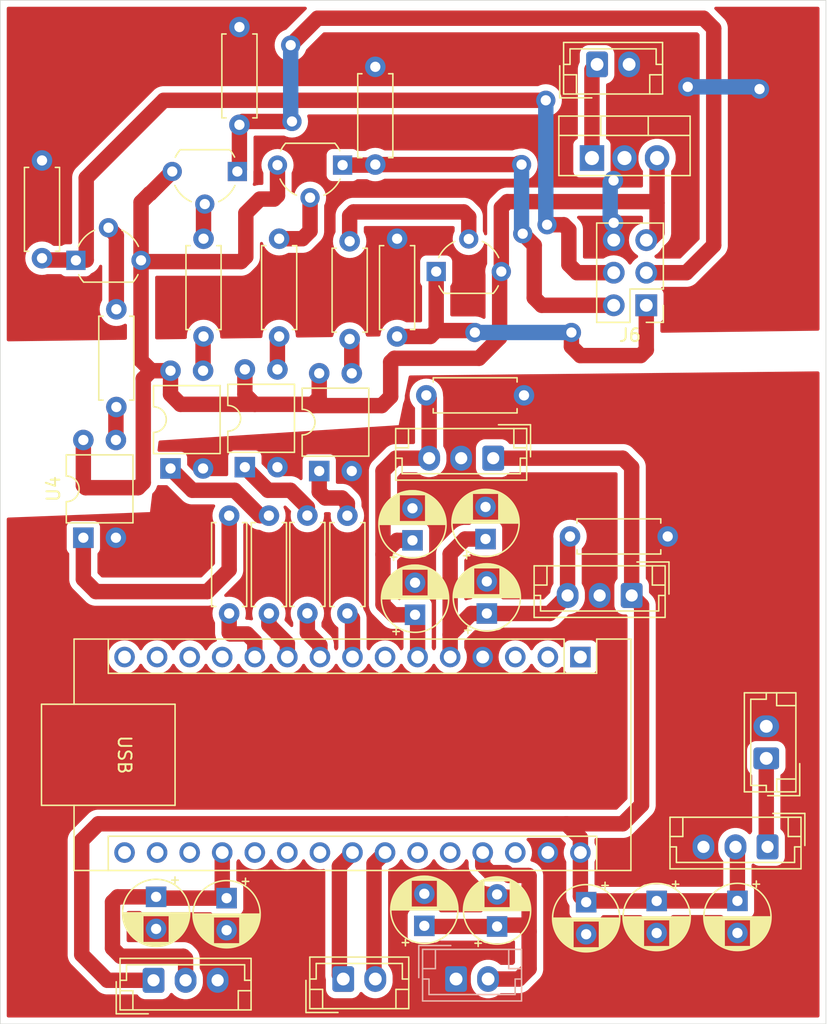
<source format=kicad_pcb>
(kicad_pcb (version 20240108) (generator "pcbnew") (generator_version "8.0")
  (layers (0 "F.Cu" signal) (31 "B.Cu" signal) (34 "B.Paste" user) (35 "F.Paste" user) (36 "B.SilkS" user "B.Silkscreen") (37 "F.SilkS" user "F.Silkscreen") (38 "B.Mask" user) (39 "F.Mask" user) (44 "Edge.Cuts" user))
  (net 0 "")
  (net 2 "MCU_GND")
  (net 3 "/R_EN")
  (net 5 "/CURRENT_SENSOR_ADC")
  (net 6 "/L_EN")
  (net 7 "/BTN_ONE")
  (net 13 "/5V_POWER")
  (net 16 "/SDA")
  (net 18 "/MCU_POWER")
  (net 19 "/BTN_TWO")
  (net 23 "/RPWM")
  (net 25 "/LPWM")
  (net 29 "/SCL")
  (net 30 "/MCU_VIN")
  (net 31 "/RPWM_OUTPUT")
  (net 32 "/MOTOR_CONTROL_POWER_5V")
  (net 33 "/R_EN_OUTPUT")
  (net 34 "/LPWM_OUTPUT")
  (net 35 "/L_EN_OUTPUT")
  (net 36 "GND")
  (net 37 "/MOTOR_CONTROL_POWER_VIN")
  (net 38 "Net-(Q1-Pad2)")
  (net 39 "Net-(Q2-Pad2)")
  (net 40 "Net-(Q3-Pad2)")
  (net 41 "Net-(Q4-Pad2)")
  (net 42 "Net-(R3-Pad1)")
  (net 43 "Net-(R4-Pad1)")
  (net 44 "Net-(R5-Pad1)")
  (net 45 "Net-(R6-Pad1)")
  (net 46 "Net-(R11-Pad2)")
  (net 47 "Net-(R12-Pad2)")
  (net 48 "Net-(R13-Pad2)")
  (net 49 "Net-(R14-Pad2)")
  (footprint "Resistor_THT:R_Axial_DIN0207_L6.3mm_D2.5mm_P7.62mm_Horizontal" (layer "F.Cu") (at 84.445 47.045 90)
    (property "Reference" "R3" (hide yes))
    (property "Value" "R")
    (pad "1" thru_hole circle (at 0 0 90) (size 1.6 1.6) (drill 0.8) (layers "*.Cu" "*.Mask") (net 42 "Net-(R3-Pad1)"))
    (pad "2" thru_hole oval (at 7.62 0 90) (size 1.6 1.6) (drill 0.8) (layers "*.Cu" "*.Mask") (net 38 "Net-(Q1-Pad2)"))
  )
  (footprint "Capacitor_THT:CP_Radial_D5.0mm_P2.50mm" (layer "F.Cu") (at 101.445 93.040113 90)
    (property "Reference" "C10" (hide yes))
    (property "Value" "C_Polarized" (hide yes))
    (pad "1" thru_hole rect (at 0 0 90) (size 1.6 1.6) (drill 0.8) (layers "*.Cu" "*.Mask") (net 13 "/5V_POWER"))
    (pad "2" thru_hole circle (at 2.5 0 90) (size 1.6 1.6) (drill 0.8) (layers "*.Cu" "*.Mask") (net 2 "MCU_GND"))
  )
  (footprint "Resistor_THT:R_Axial_DIN0207_L6.3mm_D2.5mm_P7.62mm_Horizontal" (layer "F.Cu") (at 71.745 52.545 90)
    (property "Reference" "R6" (hide yes))
    (property "Value" "R" (hide yes))
    (pad "1" thru_hole circle (at 0 0 90) (size 1.6 1.6) (drill 0.8) (layers "*.Cu" "*.Mask") (net 45 "Net-(R6-Pad1)"))
    (pad "2" thru_hole oval (at 7.62 0 90) (size 1.6 1.6) (drill 0.8) (layers "*.Cu" "*.Mask") (net 39 "Net-(Q2-Pad2)"))
  )
  (footprint "Connector_JST:JST_EH_B2B-EH-A_1x02_P2.50mm_Vertical" (layer "F.Cu") (at 89.445 97.135)
    (property "Reference" "J9" (hide yes))
    (property "Value" "Conn_01x02_Pin" (hide yes))
    (pad "1" thru_hole roundrect (at 0 0) (size 1.7 2) (drill 1) (layers "*.Cu" "*.Mask") (roundrect_rratio 0.147059) (net 16 "/SDA"))
    (pad "2" thru_hole oval (at 2.5 0) (size 1.7 2) (drill 1) (layers "*.Cu" "*.Mask") (net 29 "/SCL"))
  )
  (footprint "Capacitor_THT:CP_Radial_D5.0mm_P2.50mm" (layer "F.Cu") (at 74.845 90.729888 -90)
    (property "Reference" "C9" (hide yes))
    (property "Value" "C_Polarized" (hide yes))
    (pad "1" thru_hole rect (at 0 0 270) (size 1.6 1.6) (drill 0.8) (layers "*.Cu" "*.Mask") (net 5 "/CURRENT_SENSOR_ADC"))
    (pad "2" thru_hole circle (at 2.5 0 270) (size 1.6 1.6) (drill 0.8) (layers "*.Cu" "*.Mask") (net 2 "MCU_GND"))
  )
  (footprint "Resistor_THT:R_Axial_DIN0207_L6.3mm_D2.5mm_P7.62mm_Horizontal" (layer "F.Cu") (at 89.767 68.635 90)
    (property "Reference" "R14" (hide yes))
    (property "Value" "R" (hide yes))
    (pad "1" thru_hole circle (at 0 0 90) (size 1.6 1.6) (drill 0.8) (layers "*.Cu" "*.Mask") (net 23 "/RPWM"))
    (pad "2" thru_hole oval (at 7.62 0 90) (size 1.6 1.6) (drill 0.8) (layers "*.Cu" "*.Mask") (net 49 "Net-(R14-Pad2)"))
  )
  (footprint "Capacitor_THT:CP_Radial_D5.0mm_P2.50mm" (layer "F.Cu") (at 80.345 90.829888 -90)
    (property "Reference" "C8" (hide yes))
    (property "Value" "C_Polarized" (hide yes))
    (pad "1" thru_hole rect (at 0 0 270) (size 1.6 1.6) (drill 0.8) (layers "*.Cu" "*.Mask") (net 5 "/CURRENT_SENSOR_ADC"))
    (pad "2" thru_hole circle (at 2.5 0 270) (size 1.6 1.6) (drill 0.8) (layers "*.Cu" "*.Mask") (net 2 "MCU_GND"))
  )
  (footprint "Connector_PinHeader_2.54mm:PinHeader_2x03_P2.54mm_Vertical" (layer "F.Cu") (at 113.085 44.615 180)
    (property "Reference" "J6" (at 1.27 -2.33 180) (layer "F.SilkS"))
    (property "Value" "Conn_02x03_Row_Letter_Last" (hide yes))
    (pad "1" thru_hole rect (at 0 0 180) (size 1.7 1.7) (drill 1) (layers "*.Cu" "*.Mask") (net 31 "/RPWM_OUTPUT"))
    (pad "2" thru_hole oval (at 2.54 0 180) (size 1.7 1.7) (drill 1) (layers "*.Cu" "*.Mask") (net 34 "/LPWM_OUTPUT"))
    (pad "3" thru_hole oval (at 0 2.54 180) (size 1.7 1.7) (drill 1) (layers "*.Cu" "*.Mask") (net 33 "/R_EN_OUTPUT"))
    (pad "4" thru_hole oval (at 2.54 2.54 180) (size 1.7 1.7) (drill 1) (layers "*.Cu" "*.Mask") (net 35 "/L_EN_OUTPUT"))
    (pad "5" thru_hole oval (at 0 5.08 180) (size 1.7 1.7) (drill 1) (layers "*.Cu" "*.Mask") (net 32 "/MOTOR_CONTROL_POWER_5V"))
    (pad "6" thru_hole oval (at 2.54 5.08 180) (size 1.7 1.7) (drill 1) (layers "*.Cu" "*.Mask") (net 36 "GND"))
  )
  (footprint "Resistor_THT:R_Axial_DIN0207_L6.3mm_D2.5mm_P7.62mm_Horizontal" (layer "F.Cu") (at 107.135 62.635)
    (property "Reference" "R1" (hide yes))
    (property "Value" "R" (hide yes))
    (pad "1" thru_hole circle (at 0 0) (size 1.6 1.6) (drill 0.8) (layers "*.Cu" "*.Mask") (net 7 "/BTN_ONE"))
    (pad "2" thru_hole oval (at 7.62 0) (size 1.6 1.6) (drill 0.8) (layers "*.Cu" "*.Mask") (net 2 "MCU_GND"))
  )
  (footprint "Module:Arduino_Nano" (layer "F.Cu") (at 107.945 72.035 -90)
    (property "Reference" "A1" (hide yes))
    (property "Value" "Arduino_Nano_v3.x" (hide yes))
    (fp_text user "USB" (at 7.62 35.56 -90) (layer "F.SilkS"))
    (pad "1" thru_hole rect (at 0 0 270) (size 1.6 1.6) (drill 1) (layers "*.Cu" "*.Mask"))
    (pad "2" thru_hole oval (at 0 2.54 270) (size 1.6 1.6) (drill 1) (layers "*.Cu" "*.Mask"))
    (pad "3" thru_hole oval (at 0 5.08 270) (size 1.6 1.6) (drill 1) (layers "*.Cu" "*.Mask"))
    (pad "4" thru_hole oval (at 0 7.62 270) (size 1.6 1.6) (drill 1) (layers "*.Cu" "*.Mask") (net 2 "MCU_GND"))
    (pad "5" thru_hole oval (at 0 10.16 270) (size 1.6 1.6) (drill 1) (layers "*.Cu" "*.Mask") (net 7 "/BTN_ONE"))
    (pad "6" thru_hole oval (at 0 12.7 270) (size 1.6 1.6) (drill 1) (layers "*.Cu" "*.Mask") (net 19 "/BTN_TWO"))
    (pad "7" thru_hole oval (at 0 15.24 270) (size 1.6 1.6) (drill 1) (layers "*.Cu" "*.Mask"))
    (pad "8" thru_hole oval (at 0 17.78 270) (size 1.6 1.6) (drill 1) (layers "*.Cu" "*.Mask") (net 23 "/RPWM"))
    (pad "9" thru_hole oval (at 0 20.32 270) (size 1.6 1.6) (drill 1) (layers "*.Cu" "*.Mask") (net 25 "/LPWM"))
    (pad "10" thru_hole oval (at 0 22.86 270) (size 1.6 1.6) (drill 1) (layers "*.Cu" "*.Mask") (net 3 "/R_EN"))
    (pad "11" thru_hole oval (at 0 25.4 270) (size 1.6 1.6) (drill 1) (layers "*.Cu" "*.Mask") (net 6 "/L_EN"))
    (pad "12" thru_hole oval (at 0 27.94 270) (size 1.6 1.6) (drill 1) (layers "*.Cu" "*.Mask"))
    (pad "13" thru_hole oval (at 0 30.48 270) (size 1.6 1.6) (drill 1) (layers "*.Cu" "*.Mask"))
    (pad "14" thru_hole oval (at 0 33.02 270) (size 1.6 1.6) (drill 1) (layers "*.Cu" "*.Mask"))
    (pad "15" thru_hole oval (at 0 35.56 270) (size 1.6 1.6) (drill 1) (layers "*.Cu" "*.Mask"))
    (pad "16" thru_hole oval (at 15.24 35.56 270) (size 1.6 1.6) (drill 1) (layers "*.Cu" "*.Mask"))
    (pad "17" thru_hole oval (at 15.24 33.02 270) (size 1.6 1.6) (drill 1) (layers "*.Cu" "*.Mask"))
    (pad "18" thru_hole oval (at 15.24 30.48 270) (size 1.6 1.6) (drill 1) (layers "*.Cu" "*.Mask"))
    (pad "19" thru_hole oval (at 15.24 27.94 270) (size 1.6 1.6) (drill 1) (layers "*.Cu" "*.Mask") (net 5 "/CURRENT_SENSOR_ADC"))
    (pad "20" thru_hole oval (at 15.24 25.4 270) (size 1.6 1.6) (drill 1) (layers "*.Cu" "*.Mask"))
    (pad "21" thru_hole oval (at 15.24 22.86 270) (size 1.6 1.6) (drill 1) (layers "*.Cu" "*.Mask"))
    (pad "22" thru_hole oval (at 15.24 20.32 270) (size 1.6 1.6) (drill 1) (layers "*.Cu" "*.Mask"))
    (pad "23" thru_hole oval (at 15.24 17.78 270) (size 1.6 1.6) (drill 1) (layers "*.Cu" "*.Mask") (net 16 "/SDA"))
    (pad "24" thru_hole oval (at 15.24 15.24 270) (size 1.6 1.6) (drill 1) (layers "*.Cu" "*.Mask") (net 29 "/SCL"))
    (pad "25" thru_hole oval (at 15.24 12.7 270) (size 1.6 1.6) (drill 1) (layers "*.Cu" "*.Mask"))
    (pad "26" thru_hole oval (at 15.24 10.16 270) (size 1.6 1.6) (drill 1) (layers "*.Cu" "*.Mask"))
    (pad "27" thru_hole oval (at 15.24 7.62 270) (size 1.6 1.6) (drill 1) (layers "*.Cu" "*.Mask") (net 13 "/5V_POWER"))
    (pad "28" thru_hole oval (at 15.24 5.08 270) (size 1.6 1.6) (drill 1) (layers "*.Cu" "*.Mask"))
    (pad "29" thru_hole oval (at 15.24 2.54 270) (size 1.6 1.6) (drill 1) (layers "*.Cu" "*.Mask") (net 2 "MCU_GND"))
    (pad "30" thru_hole oval (at 15.24 0 270) (size 1.6 1.6) (drill 1) (layers "*.Cu" "*.Mask") (net 18 "/MCU_POWER"))
  )
  (footprint "Resistor_THT:R_Axial_DIN0207_L6.3mm_D2.5mm_P7.62mm_Horizontal" (layer "F.Cu") (at 93.645 39.425 -90)
    (property "Reference" "R10" (hide yes))
    (property "Value" "R" (hide yes))
    (pad "1" thru_hole circle (at 0 0 270) (size 1.6 1.6) (drill 0.8) (layers "*.Cu" "*.Mask") (net 36 "GND"))
    (pad "2" thru_hole oval (at 7.62 0 270) (size 1.6 1.6) (drill 0.8) (layers "*.Cu" "*.Mask") (net 31 "/RPWM_OUTPUT"))
  )
  (footprint "Package_TO_SOT_THT:TO-92L_Wide" (layer "F.Cu") (at 68.59 41.11)
    (property "Reference" "Q2" (hide yes))
    (property "Value" "2N5551" (hide yes))
    (pad "1" thru_hole rect (at 0 0) (size 1.5 1.5) (drill 0.8) (layers "*.Cu" "*.Mask") (net 35 "/L_EN_OUTPUT"))
    (pad "2" thru_hole circle (at 2.54 -2.54) (size 1.5 1.5) (drill 0.8) (layers "*.Cu" "*.Mask") (net 39 "Net-(Q2-Pad2)"))
    (pad "3" thru_hole circle (at 5.08 0) (size 1.5 1.5) (drill 0.8) (layers "*.Cu" "*.Mask") (net 32 "/MOTOR_CONTROL_POWER_5V"))
  )
  (footprint "Resistor_THT:R_Axial_DIN0207_L6.3mm_D2.5mm_P7.62mm_Horizontal" (layer "F.Cu") (at 86.645 68.625 90)
    (property "Reference" "R13" (hide yes))
    (property "Value" "R" (hide yes))
    (pad "1" thru_hole circle (at 0 0 90) (size 1.6 1.6) (drill 0.8) (layers "*.Cu" "*.Mask") (net 25 "/LPWM"))
    (pad "2" thru_hole oval (at 7.62 0 90) (size 1.6 1.6) (drill 0.8) (layers "*.Cu" "*.Mask") (net 48 "Net-(R13-Pad2)"))
  )
  (footprint "Capacitor_THT:CP_Radial_D5.0mm_P2.50mm" (layer "F.Cu") (at 108.395 91.145 -90)
    (property "Reference" "C2" (hide yes))
    (property "Value" "C_Polarized" (hide yes))
    (pad "1" thru_hole rect (at 0 0 270) (size 1.6 1.6) (drill 0.8) (layers "*.Cu" "*.Mask") (net 18 "/MCU_POWER"))
    (pad "2" thru_hole circle (at 2.5 0 270) (size 1.6 1.6) (drill 0.8) (layers "*.Cu" "*.Mask") (net 2 "MCU_GND"))
  )
  (footprint "Package_DIP:DIP-4_W7.62mm" (layer "F.Cu") (at 75.97 57.335 90)
    (property "Reference" "U3" (hide yes))
    (property "Value" "PC817" (hide yes))
    (pad "1" thru_hole rect (at 0 0 90) (size 1.6 1.6) (drill 0.8) (layers "*.Cu" "*.Mask") (net 47 "Net-(R12-Pad2)"))
    (pad "2" thru_hole oval (at 0 2.54 90) (size 1.6 1.6) (drill 0.8) (layers "*.Cu" "*.Mask") (net 2 "MCU_GND"))
    (pad "3" thru_hole oval (at 7.62 2.54 90) (size 1.6 1.6) (drill 0.8) (layers "*.Cu" "*.Mask") (net 44 "Net-(R5-Pad1)"))
    (pad "4" thru_hole oval (at 7.62 0 90) (size 1.6 1.6) (drill 0.8) (layers "*.Cu" "*.Mask") (net 32 "/MOTOR_CONTROL_POWER_5V"))
  )
  (footprint "Capacitor_THT:CP_Radial_D5.0mm_P2.50mm" (layer "F.Cu") (at 113.895 91.050112 -90)
    (property "Reference" "C1" (hide yes))
    (property "Value" "C_Polarized" (hide yes))
    (pad "1" thru_hole rect (at 0 0 270) (size 1.6 1.6) (drill 0.8) (layers "*.Cu" "*.Mask") (net 18 "/MCU_POWER"))
    (pad "2" thru_hole circle (at 2.5 0 270) (size 1.6 1.6) (drill 0.8) (layers "*.Cu" "*.Mask") (net 2 "MCU_GND"))
  )
  (footprint "Package_TO_SOT_THT:TO-92L_Wide" (layer "F.Cu") (at 89.395 33.685 180)
    (property "Reference" "Q1" (hide yes))
    (property "Value" "2N5551" (hide yes))
    (pad "1" thru_hole rect (at 0 0 180) (size 1.5 1.5) (drill 0.8) (layers "*.Cu" "*.Mask") (net 34 "/LPWM_OUTPUT"))
    (pad "2" thru_hole circle (at 2.54 -2.54 180) (size 1.5 1.5) (drill 0.8) (layers "*.Cu" "*.Mask") (net 38 "Net-(Q1-Pad2)"))
    (pad "3" thru_hole circle (at 5.08 0 180) (size 1.5 1.5) (drill 0.8) (layers "*.Cu" "*.Mask") (net 32 "/MOTOR_CONTROL_POWER_5V"))
  )
  (footprint "Resistor_THT:R_Axial_DIN0207_L6.3mm_D2.5mm_P7.62mm_Horizontal" (layer "F.Cu") (at 83.645 68.635 90)
    (property "Reference" "R12" (hide yes))
    (property "Value" "R" (hide yes))
    (pad "1" thru_hole circle (at 0 0 90) (size 1.6 1.6) (drill 0.8) (layers "*.Cu" "*.Mask") (net 3 "/R_EN"))
    (pad "2" thru_hole oval (at 7.62 0 90) (size 1.6 1.6) (drill 0.8) (layers "*.Cu" "*.Mask") (net 47 "Net-(R12-Pad2)"))
  )
  (footprint "Capacitor_THT:CP_Radial_D5.0mm_P2.50mm" (layer "F.Cu") (at 100.545 62.835 90)
    (property "Reference" "C5" (hide yes))
    (property "Value" "C_Polarized" (hide yes))
    (pad "1" thru_hole rect (at 0 0 90) (size 1.6 1.6) (drill 0.8) (layers "*.Cu" "*.Mask") (net 7 "/BTN_ONE"))
    (pad "2" thru_hole circle (at 2.5 0 90) (size 1.6 1.6) (drill 0.8) (layers "*.Cu" "*.Mask") (net 2 "MCU_GND"))
  )
  (footprint "Connector_JST:JST_EH_B2B-EH-A_1x02_P2.50mm_Vertical" (layer "F.Cu") (at 109.245 25.835)
    (property "Reference" "J8" (hide yes))
    (property "Value" "Conn_01x02_Pin" (hide yes))
    (pad "1" thru_hole roundrect (at 0 0) (size 1.7 2) (drill 1) (layers "*.Cu" "*.Mask") (roundrect_rratio 0.147059) (net 37 "/MOTOR_CONTROL_POWER_VIN"))
    (pad "2" thru_hole oval (at 2.5 0) (size 1.7 2) (drill 1) (layers "*.Cu" "*.Mask") (net 36 "GND"))
  )
  (footprint "Connector_JST:JST_EH_B3B-EH-A_1x03_P2.50mm_Vertical" (layer "F.Cu") (at 122.545 86.835 180)
    (property "Reference" "J5" (hide yes))
    (property "Value" "Conn_01x03_Pin" (hide yes))
    (pad "1" thru_hole roundrect (at 0 0 180) (size 1.7 1.95) (drill 0.95) (layers "*.Cu" "*.Mask") (roundrect_rratio 0.147059) (net 30 "/MCU_VIN"))
    (pad "2" thru_hole oval (at 2.5 0 180) (size 1.7 1.95) (drill 0.95) (layers "*.Cu" "*.Mask") (net 18 "/MCU_POWER"))
    (pad "3" thru_hole oval (at 5 0 180) (size 1.7 1.95) (drill 0.95) (layers "*.Cu" "*.Mask") (net 2 "MCU_GND"))
  )
  (footprint "Resistor_THT:R_Axial_DIN0207_L6.3mm_D2.5mm_P7.62mm_Horizontal" (layer "F.Cu") (at 78.545 47.045 90)
    (property "Reference" "R5" (hide yes))
    (property "Value" "R" (hide yes))
    (pad "1" thru_hole circle (at 0 0 90) (size 1.6 1.6) (drill 0.8) (layers "*.Cu" "*.Mask") (net 44 "Net-(R5-Pad1)"))
    (pad "2" thru_hole oval (at 7.62 0 90) (size 1.6 1.6) (drill 0.8) (layers "*.Cu" "*.Mask") (net 41 "Net-(Q4-Pad2)"))
  )
  (footprint "Capacitor_THT:CP_Radial_D5.0mm_P2.50mm" (layer "F.Cu") (at 100.645 68.640113 90)
    (property "Reference" "C4" (hide yes))
    (property "Value" "C_Polarized" (hide yes))
    (pad "1" thru_hole rect (at 0 0 90) (size 1.6 1.6) (drill 0.8) (layers "*.Cu" "*.Mask") (net 7 "/BTN_ONE"))
    (pad "2" thru_hole circle (at 2.5 0 90) (size 1.6 1.6) (drill 0.8) (layers "*.Cu" "*.Mask") (net 2 "MCU_GND"))
  )
  (footprint "Resistor_THT:R_Axial_DIN0207_L6.3mm_D2.5mm_P7.62mm_Horizontal" (layer "F.Cu") (at 65.945 33.325 -90)
    (property "Reference" "R7" (hide yes))
    (property "Value" "R" (hide yes))
    (pad "1" thru_hole circle (at 0 0 270) (size 1.6 1.6) (drill 0.8) (layers "*.Cu" "*.Mask") (net 36 "GND"))
    (pad "2" thru_hole oval (at 7.62 0 270) (size 1.6 1.6) (drill 0.8) (layers "*.Cu" "*.Mask") (net 35 "/L_EN_OUTPUT"))
  )
  (footprint "Package_DIP:DIP-4_W7.62mm" (layer "F.Cu") (at 87.57 57.535 90)
    (property "Reference" "U1" (hide yes))
    (property "Value" "PC817")
    (pad "1" thru_hole rect (at 0 0 90) (size 1.6 1.6) (drill 0.8) (layers "*.Cu" "*.Mask") (net 49 "Net-(R14-Pad2)"))
    (pad "2" thru_hole oval (at 0 2.54 90) (size 1.6 1.6) (drill 0.8) (layers "*.Cu" "*.Mask") (net 2 "MCU_GND"))
    (pad "3" thru_hole oval (at 7.62 2.54 90) (size 1.6 1.6) (drill 0.8) (layers "*.Cu" "*.Mask") (net 43 "Net-(R4-Pad1)"))
    (pad "4" thru_hole oval (at 7.62 0 90) (size 1.6 1.6) (drill 0.8) (layers "*.Cu" "*.Mask") (net 32 "/MOTOR_CONTROL_POWER_5V"))
  )
  (footprint "Capacitor_THT:CP_Radial_D5.0mm_P2.50mm" (layer "F.Cu") (at 94.845 62.940113 90)
    (property "Reference" "C7" (hide yes))
    (property "Value" "C_Polarized" (hide yes))
    (pad "1" thru_hole rect (at 0 0 90) (size 1.6 1.6) (drill 0.8) (layers "*.Cu" "*.Mask") (net 19 "/BTN_TWO"))
    (pad "2" thru_hole circle (at 2.5 0 90) (size 1.6 1.6) (drill 0.8) (layers "*.Cu" "*.Mask") (net 2 "MCU_GND"))
  )
  (footprint "Resistor_THT:R_Axial_DIN0207_L6.3mm_D2.5mm_P7.62mm_Horizontal" (layer "F.Cu") (at 91.945 26.025 -90)
    (property "Reference" "R9" (hide yes))
    (property "Value" "R" (hide yes))
    (pad "1" thru_hole circle (at 0 0 270) (size 1.6 1.6) (drill 0.8) (layers "*.Cu" "*.Mask") (net 36 "GND"))
    (pad "2" thru_hole oval (at 7.62 0 270) (size 1.6 1.6) (drill 0.8) (layers "*.Cu" "*.Mask") (net 34 "/LPWM_OUTPUT"))
  )
  (footprint "Connector_JST:JST_EH_B3B-EH-A_1x03_P2.50mm_Vertical" (layer "F.Cu") (at 74.645 97.235)
    (property "Reference" "J1" (hide yes))
    (property "Value" "Conn_01x03_Pin" (hide yes))
    (pad "1" thru_hole roundrect (at 0 0) (size 1.7 1.95) (drill 0.95) (layers "*.Cu" "*.Mask") (roundrect_rratio 0.147059) (net 18 "/MCU_POWER"))
    (pad "2" thru_hole oval (at 2.5 0) (size 1.7 1.95) (drill 0.95) (layers "*.Cu" "*.Mask") (net 5 "/CURRENT_SENSOR_ADC"))
    (pad "3" thru_hole oval (at 5 0) (size 1.7 1.95) (drill 0.95) (layers "*.Cu" "*.Mask") (net 2 "MCU_GND"))
  )
  (footprint "Resistor_THT:R_Axial_DIN0207_L6.3mm_D2.5mm_P7.62mm_Horizontal" (layer "F.Cu") (at 81.345 22.925 -90)
    (property "Reference" "R8" (hide yes))
    (property "Value" "R" (hide yes))
    (pad "1" thru_hole circle (at 0 0 270) (size 1.6 1.6) (drill 0.8) (layers "*.Cu" "*.Mask") (net 36 "GND"))
    (pad "2" thru_hole oval (at 7.62 0 270) (size 1.6 1.6) (drill 0.8) (layers "*.Cu" "*.Mask") (net 33 "/R_EN_OUTPUT"))
  )
  (footprint "Connector_JST:JST_EH_B3B-EH-A_1x03_P2.50mm_Vertical" (layer "F.Cu") (at 111.945 67.235 180)
    (property "Reference" "J3" (hide yes))
    (property "Value" "Conn_01x03_Pin" (hide yes))
    (pad "1" thru_hole roundrect (at 0 0 180) (size 1.7 1.95) (drill 0.95) (layers "*.Cu" "*.Mask") (roundrect_rratio 0.147059) (net 18 "/MCU_POWER"))
    (pad "2" thru_hole oval (at 2.5 0 180) (size 1.7 1.95) (drill 0.95) (layers "*.Cu" "*.Mask") (net 2 "MCU_GND"))
    (pad "3" thru_hole oval (at 5 0 180) (size 1.7 1.95) (drill 0.95) (layers "*.Cu" "*.Mask") (net 7 "/BTN_ONE"))
  )
  (footprint "Capacitor_THT:CP_Radial_D5.0mm_P2.50mm" (layer "F.Cu") (at 95.77 92.990113 90)
    (property "Reference" "C11" (hide yes))
    (property "Value" "C_Polarized" (hide yes))
    (pad "1" thru_hole rect (at 0 0 90) (size 1.6 1.6) (drill 0.8) (layers "*.Cu" "*.Mask") (net 13 "/5V_POWER"))
    (pad "2" thru_hole circle (at 2.5 0 90) (size 1.6 1.6) (drill 0.8) (layers "*.Cu" "*.Mask") (net 2 "MCU_GND"))
  )
  (footprint "Resistor_THT:R_Axial_DIN0207_L6.3mm_D2.5mm_P7.62mm_Horizontal" (layer "F.Cu") (at 80.545 68.635 90)
    (property "Reference" "R11" (hide yes))
    (property "Value" "R" (hide yes))
    (pad "1" thru_hole circle (at 0 0 90) (size 1.6 1.6) (drill 0.8) (layers "*.Cu" "*.Mask") (net 6 "/L_EN"))
    (pad "2" thru_hole oval (at 7.62 0 90) (size 1.6 1.6) (drill 0.8) (layers "*.Cu" "*.Mask") (net 46 "Net-(R11-Pad2)"))
  )
  (footprint "Capacitor_THT:CP_Radial_D5.0mm_P2.50mm" (layer "F.Cu") (at 95.045 68.740113 90)
    (property "Reference" "C6" (hide yes))
    (property "Value" "C_Polarized" (hide yes))
    (pad "1" thru_hole rect (at 0 0 90) (size 1.6 1.6) (drill 0.8) (layers "*.Cu" "*.Mask") (net 19 "/BTN_TWO"))
    (pad "2" thru_hole circle (at 2.5 0 90) (size 1.6 1.6) (drill 0.8) (layers "*.Cu" "*.Mask") (net 2 "MCU_GND"))
  )
  (footprint "Package_DIP:DIP-4_W7.62mm" (layer "F.Cu") (at 69.17 62.735 90)
    (property "Reference" "U4" (at 3.81 -2.33 270) (layer "F.SilkS"))
    (property "Value" "PC817" (hide yes))
    (pad "1" thru_hole rect (at 0 0 90) (size 1.6 1.6) (drill 0.8) (layers "*.Cu" "*.Mask") (net 46 "Net-(R11-Pad2)"))
    (pad "2" thru_hole oval (at 0 2.54 90) (size 1.6 1.6) (drill 0.8) (layers "*.Cu" "*.Mask") (net 2 "MCU_GND"))
    (pad "3" thru_hole oval (at 7.62 2.54 90) (size 1.6 1.6) (drill 0.8) (layers "*.Cu" "*.Mask") (net 45 "Net-(R6-Pad1)"))
    (pad "4" thru_hole oval (at 7.62 0 90) (size 1.6 1.6) (drill 0.8) (layers "*.Cu" "*.Mask") (net 32 "/MOTOR_CONTROL_POWER_5V"))
  )
  (footprint "Package_TO_SOT_THT:TO-92L_Wide" (layer "F.Cu") (at 81.185 34.185 180)
    (property "Reference" "Q4" (hide yes))
    (property "Value" "2N5551" (hide yes))
    (pad "1" thru_hole rect (at 0 0 180) (size 1.5 1.5) (drill 0.8) (layers "*.Cu" "*.Mask") (net 33 "/R_EN_OUTPUT"))
    (pad "2" thru_hole circle (at 2.54 -2.54 180) (size 1.5 1.5) (drill 0.8) (layers "*.Cu" "*.Mask") (net 41 "Net-(Q4-Pad2)"))
    (pad "3" thru_hole circle (at 5.08 0 180) (size 1.5 1.5) (drill 0.8) (layers "*.Cu" "*.Mask") (net 32 "/MOTOR_CONTROL_POWER_5V"))
  )
  (footprint "Package_TO_SOT_THT:TO-220-3_Vertical" (layer "F.Cu") (at 108.845 33.135)
    (property "Reference" "U6" (hide yes))
    (property "Value" "L7805")
    (pad "1" thru_hole rect (at 0 0) (size 1.905 2) (drill 1.1) (layers "*.Cu" "*.Mask") (net 37 "/MOTOR_CONTROL_POWER_VIN"))
    (pad "2" thru_hole oval (at 2.54 0) (size 1.905 2) (drill 1.1) (layers "*.Cu" "*.Mask") (net 36 "GND"))
    (pad "3" thru_hole oval (at 5.08 0) (size 1.905 2) (drill 1.1) (layers "*.Cu" "*.Mask") (net 32 "/MOTOR_CONTROL_POWER_5V"))
  )
  (footprint "Resistor_THT:R_Axial_DIN0207_L6.3mm_D2.5mm_P7.62mm_Horizontal" (layer "F.Cu") (at 95.925 51.635)
    (property "Reference" "R2" (hide yes))
    (property "Value" "R" (hide yes))
    (pad "1" thru_hole circle (at 0 0) (size 1.6 1.6) (drill 0.8) (layers "*.Cu" "*.Mask") (net 19 "/BTN_TWO"))
    (pad "2" thru_hole oval (at 7.62 0) (size 1.6 1.6) (drill 0.8) (layers "*.Cu" "*.Mask") (net 2 "MCU_GND"))
  )
  (footprint "Connector_JST:JST_EH_B2B-EH-A_1x02_P2.50mm_Vertical" (layer "F.Cu") (at 122.445 79.935 90)
    (property "Reference" "J7" (hide yes))
    (property "Value" "Conn_01x02_Pin" (hide yes))
    (pad "1" thru_hole roundrect (at 0 0 90) (size 1.7 2) (drill 1) (layers "*.Cu" "*.Mask") (roundrect_rratio 0.147059) (net 30 "/MCU_VIN"))
    (pad "2" thru_hole oval (at 2.5 0 90) (size 1.7 2) (drill 1) (layers "*.Cu" "*.Mask") (net 2 "MCU_GND"))
  )
  (footprint "Capacitor_THT:CP_Radial_D5.0mm_P2.50mm" (layer "F.Cu") (at 120.195 91.045 -90)
    (property "Reference" "C3" (hide yes))
    (property "Value" "C_Polarized" (hide yes))
    (pad "1" thru_hole rect (at 0 0 270) (size 1.6 1.6) (drill 0.8) (layers "*.Cu" "*.Mask") (net 18 "/MCU_POWER"))
    (pad "2" thru_hole circle (at 2.5 0 270) (size 1.6 1.6) (drill 0.8) (layers "*.Cu" "*.Mask") (net 2 "MCU_GND"))
  )
  (footprint "Package_DIP:DIP-4_W7.62mm" (layer "F.Cu") (at 81.77 57.235 90)
    (property "Reference" "U2" (hide yes))
    (property "Value" "PC817" (hide yes))
    (pad "1" thru_hole rect (at 0 0 90) (size 1.6 1.6) (drill 0.8) (layers "*.Cu" "*.Mask") (net 48 "Net-(R13-Pad2)"))
    (pad "2" thru_hole oval (at 0 2.54 90) (size 1.6 1.6) (drill 0.8) (layers "*.Cu" "*.Mask") (net 2 "MCU_GND"))
    (pad "3" thru_hole oval (at 7.62 2.54 90) (size 1.6 1.6) (drill 0.8) (layers "*.Cu" "*.Mask") (net 42 "Net-(R3-Pad1)"))
    (pad "4" thru_hole oval (at 7.62 0 90) (size 1.6 1.6) (drill 0.8) (layers "*.Cu" "*.Mask") (net 32 "/MOTOR_CONTROL_POWER_5V"))
  )
  (footprint "Package_TO_SOT_THT:TO-92L_Wide" (layer "F.Cu") (at 96.695 41.985)
    (property "Reference" "Q3" (hide yes))
    (property "Value" "2N5551" (hide yes))
    (pad "1" thru_hole rect (at 0 0) (size 1.5 1.5) (drill 0.8) (layers "*.Cu" "*.Mask") (net 31 "/RPWM_OUTPUT"))
    (pad "2" thru_hole circle (at 2.54 -2.54) (size 1.5 1.5) (drill 0.8) (layers "*.Cu" "*.Mask") (net 40 "Net-(Q3-Pad2)"))
    (pad "3" thru_hole circle (at 5.08 0) (size 1.5 1.5) (drill 0.8) (layers "*.Cu" "*.Mask") (net 32 "/MOTOR_CONTROL_POWER_5V"))
  )
  (footprint "Connector_JST:JST_EH_B3B-EH-A_1x03_P2.50mm_Vertical" (layer "F.Cu") (at 101.145 56.535 180)
    (property "Reference" "J2" (hide yes))
    (property "Value" "Conn_01x03_Pin" (hide yes))
    (pad "1" thru_hole roundrect (at 0 0 180) (size 1.7 1.95) (drill 0.95) (layers "*.Cu" "*.Mask") (roundrect_rratio 0.147059) (net 18 "/MCU_POWER"))
    (pad "2" thru_hole oval (at 2.5 0 180) (size 1.7 1.95) (drill 0.95) (layers "*.Cu" "*.Mask") (net 2 "MCU_GND"))
    (pad "3" thru_hole oval (at 5 0 180) (size 1.7 1.95) (drill 0.95) (layers "*.Cu" "*.Mask") (net 19 "/BTN_TWO"))
  )
  (footprint "Resistor_THT:R_Axial_DIN0207_L6.3mm_D2.5mm_P7.62mm_Horizontal" (layer "F.Cu") (at 89.945 47.245 90)
    (property "Reference" "R4" (hide yes))
    (property "Value" "R" (hide yes))
    (pad "1" thru_hole circle (at 0 0 90) (size 1.6 1.6) (drill 0.8) (layers "*.Cu" "*.Mask") (net 43 "Net-(R4-Pad1)"))
    (pad "2" thru_hole oval (at 7.62 0 90) (size 1.6 1.6) (drill 0.8) (layers "*.Cu" "*.Mask") (net 40 "Net-(Q3-Pad2)"))
  )
  (footprint "Connector_JST:JST_EH_B2B-EH-A_1x02_P2.50mm_Vertical" (layer "B.Cu") (at 98.245 97.135)
    (property "Reference" "J4" (hide yes))
    (property "Value" "Conn_01x02_Pin" (hide yes))
    (pad "1" thru_hole roundrect (at 0 0) (size 1.7 2) (drill 1) (layers "*.Cu" "*.Mask") (roundrect_rratio 0.147059) (net 2 "MCU_GND"))
    (pad "2" thru_hole oval (at 2.5 0) (size 1.7 2) (drill 1) (layers "*.Cu" "*.Mask") (net 13 "/5V_POWER"))
  )
  (gr_rect (start 62.693 20.841) (end 127.097 100.635) (stroke (width 0.05)) (fill none) (layer "Edge.Cuts"))
  (segment (start 83.645 69.535) (end 83.645 68.635) (width 1.2) (layer "F.Cu") (net 3))
  (segment (start 85.085 70.975) (end 83.645 69.535) (width 1.2) (layer "F.Cu") (net 3))
  (segment (start 85.085 72.035) (end 85.085 70.975) (width 1.2) (layer "F.Cu") (net 3))
  (segment (start 76.97 95.36) (end 72.07 95.36) (width 1.2) (layer "F.Cu") (net 5))
  (segment (start 80.005 90.489888) (end 80.345 90.829888) (width 1.2) (layer "F.Cu") (net 5))
  (segment (start 77.145 95.535) (end 76.97 95.36) (width 1.2) (layer "F.Cu") (net 5))
  (segment (start 74.945 90.829888) (end 74.845 90.729888) (width 1.2) (layer "F.Cu") (net 5))
  (segment (start 77.145 97.235) (end 77.145 95.535) (width 1.2) (layer "F.Cu") (net 5))
  (segment (start 80.345 90.829888) (end 74.945 90.829888) (width 1.2) (layer "F.Cu") (net 5))
  (segment (start 72.07 95.36) (end 71.445 94.735) (width 1.2) (layer "F.Cu") (net 5))
  (segment (start 80.005 87.275) (end 80.005 90.489888) (width 1.2) (layer "F.Cu") (net 5))
  (segment (start 71.445 91.135) (end 71.850112 90.729888) (width 1.2) (layer "F.Cu") (net 5))
  (segment (start 71.445 94.735) (end 71.445 91.135) (width 1.2) (layer "F.Cu") (net 5))
  (segment (start 71.850112 90.729888) (end 74.845 90.729888) (width 1.2) (layer "F.Cu") (net 5))
  (segment (start 81.945 70.235) (end 80.645 70.235) (width 1.2) (layer "F.Cu") (net 6))
  (segment (start 80.545 70.135) (end 80.545 68.635) (width 1.2) (layer "F.Cu") (net 6))
  (segment (start 80.645 70.235) (end 80.545 70.135) (width 1.2) (layer "F.Cu") (net 6))
  (segment (start 82.545 70.835) (end 81.945 70.235) (width 1.2) (layer "F.Cu") (net 6))
  (segment (start 82.545 72.035) (end 82.545 70.835) (width 1.2) (layer "F.Cu") (net 6))
  (segment (start 98.945 62.835) (end 100.545 62.835) (width 1.2) (layer "F.Cu") (net 7))
  (segment (start 97.785 63.995) (end 98.945 62.835) (width 1.2) (layer "F.Cu") (net 7))
  (segment (start 106.945 62.825) (end 107.135 62.635) (width 1.2) (layer "F.Cu") (net 7))
  (segment (start 97.785 72.035) (end 97.785 70.295) (width 1.2) (layer "F.Cu") (net 7))
  (segment (start 100.645 68.640113) (end 105.539887 68.640113) (width 1.2) (layer "F.Cu") (net 7))
  (segment (start 105.539887 68.640113) (end 106.945 67.235) (width 1.2) (layer "F.Cu") (net 7))
  (segment (start 97.785 70.295) (end 99.439887 68.640113) (width 1.2) (layer "F.Cu") (net 7))
  (segment (start 99.439887 68.640113) (end 100.645 68.640113) (width 1.2) (layer "F.Cu") (net 7))
  (segment (start 97.785 70.295) (end 97.785 63.995) (width 1.2) (layer "F.Cu") (net 7))
  (segment (start 106.945 67.235) (end 106.945 62.825) (width 1.2) (layer "F.Cu") (net 7))
  (segment (start 101.445 93.040113) (end 96.150113 93.040113) (width 1.2) (layer "F.Cu") (net 13))
  (segment (start 103.145 97.135) (end 103.945 96.335) (width 1.2) (layer "F.Cu") (net 13))
  (segment (start 101.550113 92.935) (end 101.445 93.040113) (width 1.2) (layer "F.Cu") (net 13))
  (segment (start 102.149164 88.840113) (end 102.369051 89.06) (width 1.2) (layer "F.Cu") (net 13))
  (segment (start 96.150113 93.040113) (end 96.045 92.935) (width 1.2) (layer "F.Cu") (net 13))
  (segment (start 103.895 89.06) (end 103.945 89.11) (width 1.2) (layer "F.Cu") (net 13))
  (segment (start 100.325 87.275) (end 100.325 88.265) (width 1.2) (layer "F.Cu") (net 13))
  (segment (start 100.745 97.135) (end 103.145 97.135) (width 1.2) (layer "F.Cu") (net 13))
  (segment (start 103.945 96.335) (end 103.945 93.435) (width 1.2) (layer "F.Cu") (net 13))
  (segment (start 103.945 93.435) (end 103.445 92.935) (width 1.2) (layer "F.Cu") (net 13))
  (segment (start 103.445 92.935) (end 101.550113 92.935) (width 1.2) (layer "F.Cu") (net 13))
  (segment (start 100.900113 88.840113) (end 102.149164 88.840113) (width 1.2) (layer "F.Cu") (net 13))
  (segment (start 102.369051 89.06) (end 103.895 89.06) (width 1.2) (layer "F.Cu") (net 13))
  (segment (start 103.945 89.11) (end 103.945 93.435) (width 1.2) (layer "F.Cu") (net 13))
  (segment (start 100.325 88.265) (end 100.900113 88.840113) (width 1.2) (layer "F.Cu") (net 13))
  (segment (start 89.145 88.335) (end 89.145 96.835) (width 1.2) (layer "F.Cu") (net 16))
  (segment (start 90.165 87.275) (end 89.985 87.455) (width 1.2) (layer "F.Cu") (net 16))
  (segment (start 89.145 96.835) (end 89.445 97.135) (width 1.2) (layer "F.Cu") (net 16))
  (segment (start 89.985 87.455) (end 89.985 87.495) (width 1.2) (layer "F.Cu") (net 16))
  (segment (start 89.985 87.495) (end 89.145 88.335) (width 1.2) (layer "F.Cu") (net 16))
  (segment (start 113.900112 91.045) (end 113.895 91.050112) (width 1.2) (layer "F.Cu") (net 18))
  (segment (start 108.489888 91.050112) (end 108.395 91.145) (width 1.2) (layer "F.Cu") (net 18))
  (segment (start 69.045 86.335) (end 69.045 95.235) (width 1.2) (layer "F.Cu") (net 18))
  (segment (start 70.345 85.035) (end 69.045 86.335) (width 1.2) (layer "F.Cu") (net 18))
  (segment (start 111.245 56.535) (end 101.145 56.535) (width 1.2) (layer "F.Cu") (net 18))
  (segment (start 111.245 85.035) (end 112.72 83.56) (width 1.2) (layer "F.Cu") (net 18))
  (segment (start 107.945 86.135) (end 106.845 85.035) (width 1.2) (layer "F.Cu") (net 18))
  (segment (start 107.945 90.695) (end 108.395 91.145) (width 1.2) (layer "F.Cu") (net 18))
  (segment (start 107.945 87.275) (end 107.945 86.135) (width 1.2) (layer "F.Cu") (net 18))
  (segment (start 107.945 87.275) (end 107.945 90.695) (width 1.2) (layer "F.Cu") (net 18))
  (segment (start 120.195 91.045) (end 120.195 86.985) (width 1.2) (layer "F.Cu") (net 18))
  (segment (start 111.945 67.235) (end 111.945 57.235) (width 1.2) (layer "F.Cu") (net 18))
  (segment (start 106.845 85.035) (end 111.245 85.035) (width 1.2) (layer "F.Cu") (net 18))
  (segment (start 120.195 86.985) (end 120.045 86.835) (width 1.2) (layer "F.Cu") (net 18))
  (segment (start 112.72 68.01) (end 111.945 67.235) (width 1.2) (layer "F.Cu") (net 18))
  (segment (start 113.895 91.050112) (end 108.489888 91.050112) (width 1.2) (layer "F.Cu") (net 18))
  (segment (start 112.72 83.56) (end 112.72 68.01) (width 1.2) (layer "F.Cu") (net 18))
  (segment (start 120.195 91.045) (end 113.900112 91.045) (width 1.2) (layer "F.Cu") (net 18))
  (segment (start 106.845 85.035) (end 70.345 85.035) (width 1.2) (layer "F.Cu") (net 18))
  (segment (start 71.045 97.235) (end 74.645 97.235) (width 1.2) (layer "F.Cu") (net 18))
  (segment (start 69.045 95.235) (end 71.045 97.235) (width 1.2) (layer "F.Cu") (net 18))
  (segment (start 111.945 57.235) (end 111.245 56.535) (width 1.2) (layer "F.Cu") (net 18))
  (segment (start 92.545 64.035) (end 93.639887 62.940113) (width 1.2) (layer "F.Cu") (net 19))
  (segment (start 96.145 56.535) (end 96.145 51.855) (width 1.2) (layer "F.Cu") (net 19))
  (segment (start 96.145 51.855) (end 95.925 51.635) (width 1.2) (layer "F.Cu") (net 19))
  (segment (start 95.245 68.940113) (end 95.045 68.740113) (width 1.2) (layer "F.Cu") (net 19))
  (segment (start 95.245 72.035) (end 95.245 68.940113) (width 1.2) (layer "F.Cu") (net 19))
  (segment (start 93.545 56.535) (end 96.145 56.535) (width 1.2) (layer "F.Cu") (net 19))
  (segment (start 95.045 68.740113) (end 93.350113 68.740113) (width 1.2) (layer "F.Cu") (net 19))
  (segment (start 93.350113 68.740113) (end 92.545 67.935) (width 1.2) (layer "F.Cu") (net 19))
  (segment (start 92.545 57.535) (end 93.545 56.535) (width 1.2) (layer "F.Cu") (net 19))
  (segment (start 92.545 64.035) (end 92.545 57.535) (width 1.2) (layer "F.Cu") (net 19))
  (segment (start 92.545 67.935) (end 92.545 64.035) (width 1.2) (layer "F.Cu") (net 19))
  (segment (start 93.639887 62.940113) (end 94.845 62.940113) (width 1.2) (layer "F.Cu") (net 19))
  (segment (start 90.165 72.035) (end 90.165 69.033) (width 1.2) (layer "F.Cu") (net 23))
  (segment (start 90.165 69.033) (end 89.767 68.635) (width 1.2) (layer "F.Cu") (net 23))
  (segment (start 87.625 72.035) (end 87.625 71.115) (width 1.2) (layer "F.Cu") (net 25))
  (segment (start 86.645 70.135) (end 86.645 68.625) (width 1.2) (layer "F.Cu") (net 25))
  (segment (start 87.625 71.115) (end 86.645 70.135) (width 1.2) (layer "F.Cu") (net 25))
  (segment (start 91.845 88.135) (end 91.845 97.035) (width 1.2) (layer "F.Cu") (net 29))
  (segment (start 91.845 97.035) (end 91.945 97.135) (width 1.2) (layer "F.Cu") (net 29))
  (segment (start 92.705 87.275) (end 91.845 88.135) (width 1.2) (layer "F.Cu") (net 29))
  (segment (start 122.445 86.735) (end 122.545 86.835) (width 1.2) (layer "F.Cu") (net 30))
  (segment (start 122.445 79.935) (end 122.445 86.735) (width 1.2) (layer "F.Cu") (net 30))
  (segment (start 99.561546 46.585) (end 96.695 46.585) (width 1.2) (layer "F.Cu") (net 31))
  (segment (start 96.695 46.585) (end 96.235 47.045) (width 1.2) (layer "F.Cu") (net 31))
  (segment (start 96.235 47.045) (end 93.645 47.045) (width 1.2) (layer "F.Cu") (net 31))
  (segment (start 107.945 48.535) (end 112.645 48.535) (width 1.2) (layer "F.Cu") (net 31))
  (segment (start 112.645 48.535) (end 113.085 48.095) (width 1.2) (layer "F.Cu") (net 31))
  (segment (start 99.711546 46.735) (end 99.561546 46.585) (width 1.2) (layer "F.Cu") (net 31))
  (segment (start 107.245 47.835) (end 107.945 48.535) (width 1.2) (layer "F.Cu") (net 31))
  (segment (start 113.085 48.095) (end 113.085 44.615) (width 1.2) (layer "F.Cu") (net 31))
  (segment (start 107.245 46.735) (end 107.245 47.835) (width 1.2) (layer "F.Cu") (net 31))
  (segment (start 96.695 41.985) (end 96.695 46.585) (width 1.2) (layer "F.Cu") (net 31))
  (via (at 107.245 46.735) (size 1.5) (drill 0.8) (layers "F.Cu" "B.Cu") (net 31))
  (via (at 99.711546 46.735) (size 1.5) (drill 0.8) (layers "F.Cu" "B.Cu") (net 31))
  (segment (start 99.711546 46.735) (end 107.245 46.735) (width 1.2) (layer "B.Cu") (net 31))
  (segment (start 113.825 36.535) (end 113.925 36.635) (width 1.2) (layer "F.Cu") (net 32))
  (segment (start 113.085 39.675) (end 113.145 39.735) (width 1.2) (layer "F.Cu") (net 32))
  (segment (start 73.445 58.835) (end 69.345 58.835) (width 1.2) (layer "F.Cu") (net 32))
  (segment (start 100.035 48.745) (end 101.645 47.135) (width 1.2) (layer "F.Cu") (net 32))
  (segment (start 113.145 39.735) (end 113.925 38.955) (width 1.2) (layer "F.Cu") (net 32))
  (segment (start 73.845 50.335) (end 73.845 58.435) (width 1.2) (layer "F.Cu") (net 32))
  (segment (start 101.775 37.005) (end 102.245 36.535) (width 1.2) (layer "F.Cu") (net 32))
  (segment (start 69.345 58.835) (end 69.17 58.66) (width 1.2) (layer "F.Cu") (net 32))
  (segment (start 81.47 41.21) (end 73.77 41.21) (width 1.2) (layer "F.Cu") (net 32))
  (segment (start 74.345 35.91) (end 74.38 35.91) (width 1.2) (layer "F.Cu") (net 32))
  (segment (start 75.97 49.715) (end 74.465 49.715) (width 1.2) (layer "F.Cu") (net 32))
  (segment (start 73.67 48.92) (end 74.465 49.715) (width 1.2) (layer "F.Cu") (net 32))
  (segment (start 93.435 48.745) (end 100.035 48.745) (width 1.2) (layer "F.Cu") (net 32))
  (segment (start 102.245 36.535) (end 113.825 36.535) (width 1.2) (layer "F.Cu") (net 32))
  (segment (start 84.045 36.335) (end 82.945 36.335) (width 1.2) (layer "F.Cu") (net 32))
  (segment (start 73.77 41.21) (end 73.67 41.11) (width 1.2) (layer "F.Cu") (net 32))
  (segment (start 101.645 47.135) (end 101.645 42.115) (width 1.2) (layer "F.Cu") (net 32))
  (segment (start 75.97 51.56) (end 75.97 49.715) (width 1.2) (layer "F.Cu") (net 32))
  (segment (start 81.845 40.835) (end 81.47 41.21) (width 1.2) (layer "F.Cu") (net 32))
  (segment (start 81.845 37.435) (end 81.845 40.835) (width 1.2) (layer "F.Cu") (net 32))
  (segment (start 101.775 41.985) (end 101.775 37.005) (width 1.2) (layer "F.Cu") (net 32))
  (segment (start 82.545 52.335) (end 76.745 52.335) (width 1.2) (layer "F.Cu") (net 32))
  (segment (start 73.67 41.11) (end 73.67 36.585) (width 1.2) (layer "F.Cu") (net 32))
  (segment (start 113.925 38.955) (end 113.925 36.635) (width 1.2) (layer "F.Cu") (net 32))
  (segment (start 87.57 49.915) (end 87.57 51.81) (width 1.2) (layer "F.Cu") (net 32))
  (segment (start 82.945 36.335) (end 81.845 37.435) (width 1.2) (layer "F.Cu") (net 32))
  (segment (start 93.145 49.035) (end 93.435 48.745) (width 1.2) (layer "F.Cu") (net 32))
  (segment (start 113.925 36.635) (end 113.925 33.135) (width 1.2) (layer "F.Cu") (net 32))
  (segment (start 81.77 51.56) (end 81.77 49.615) (width 1.2) (layer "F.Cu") (net 32))
  (segment (start 82.545 52.335) (end 81.77 51.56) (width 1.2) (layer "F.Cu") (net 32))
  (segment (start 101.645 42.115) (end 101.775 41.985) (width 1.2) (layer "F.Cu") (net 32))
  (segment (start 87.045 52.335) (end 82.545 52.335) (width 1.2) (layer "F.Cu") (net 32))
  (segment (start 84.315 33.685) (end 84.315 36.065) (width 1.2) (layer "F.Cu") (net 32))
  (segment (start 73.67 36.585) (end 74.345 35.91) (width 1.2) (layer "F.Cu") (net 32))
  (segment (start 73.845 58.435) (end 73.445 58.835) (width 1.2) (layer "F.Cu") (net 32))
  (segment (start 93.145 51.735) (end 93.145 49.035) (width 1.2) (layer "F.Cu") (net 32))
  (segment (start 87.045 52.335) (end 87.145 52.435) (width 1.2) (layer "F.Cu") (net 32))
  (segment (start 74.38 35.91) (end 76.105 34.185) (width 1.2) (layer "F.Cu") (net 32))
  (segment (start 74.465 49.715) (end 73.845 50.335) (width 1.2) (layer "F.Cu") (net 32))
  (segment (start 84.315 36.065) (end 84.045 36.335) (width 1.2) (layer "F.Cu") (net 32))
  (segment (start 73.67 48.92) (end 73.67 41.11) (width 1.2) (layer "F.Cu") (net 32))
  (segment (start 87.57 51.81) (end 87.045 52.335) (width 1.2) (layer "F.Cu") (net 32))
  (segment (start 87.145 52.435) (end 92.445 52.435) (width 1.2) (layer "F.Cu") (net 32))
  (segment (start 76.745 52.335) (end 75.97 51.56) (width 1.2) (layer "F.Cu") (net 32))
  (segment (start 69.17 58.66) (end 69.17 55.115) (width 1.2) (layer "F.Cu") (net 32))
  (segment (start 113.085 39.535) (end 113.085 39.675) (width 1.2) (layer "F.Cu") (net 32))
  (segment (start 92.445 52.435) (end 93.145 51.735) (width 1.2) (layer "F.Cu") (net 32))
  (segment (start 81.605 30.285) (end 81.345 30.545) (width 1.2) (layer "F.Cu") (net 33))
  (segment (start 118.345 39.935) (end 118.345 23.035) (width 1.2) (layer "F.Cu") (net 33))
  (segment (start 118.345 23.035) (end 117.545 22.235) (width 1.2) (layer "F.Cu") (net 33))
  (segment (start 85.445 30.285) (end 81.605 30.285) (width 1.2) (layer "F.Cu") (net 33))
  (segment (start 113.085 42.075) (end 116.205 42.075) (width 1.2) (layer "F.Cu") (net 33))
  (segment (start 87.445 22.235) (end 85.345 24.335) (width 1.2) (layer "F.Cu") (net 33))
  (segment (start 117.545 22.235) (end 87.445 22.235) (width 1.2) (layer "F.Cu") (net 33))
  (segment (start 116.205 42.075) (end 118.345 39.935) (width 1.2) (layer "F.Cu") (net 33))
  (segment (start 81.345 30.545) (end 81.345 34.025) (width 1.2) (layer "F.Cu") (net 33))
  (segment (start 81.345 34.025) (end 81.185 34.185) (width 1.2) (layer "F.Cu") (net 33))
  (via (at 85.445 30.285) (size 1.5) (drill 0.8) (layers "F.Cu" "B.Cu") (net 33))
  (via (at 85.345 24.335) (size 1.5) (drill 0.8) (layers "F.Cu" "B.Cu") (net 33))
  (segment (start 85.445 30.235) (end 85.445 30.285) (width 1.2) (layer "B.Cu") (net 33))
  (segment (start 85.345 24.335) (end 85.345 30.135) (width 1.2) (layer "B.Cu") (net 33))
  (segment (start 85.345 30.135) (end 85.445 30.235) (width 1.2) (layer "B.Cu") (net 33))
  (segment (start 104.925 44.615) (end 110.545 44.615) (width 1.2) (layer "F.Cu") (net 34))
  (segment (start 91.945 33.645) (end 103.355 33.645) (width 1.2) (layer "F.Cu") (net 34))
  (segment (start 103.255 33.645) (end 103.355 33.645) (width 1.2) (layer "F.Cu") (net 34))
  (segment (start 89.395 33.685) (end 91.905 33.685) (width 1.2) (layer "F.Cu") (net 34))
  (segment (start 103.145 33.535) (end 103.255 33.645) (width 1.2) (layer "F.Cu") (net 34))
  (segment (start 104.345 44.035) (end 104.925 44.615) (width 1.2) (layer "F.Cu") (net 34))
  (segment (start 91.905 33.685) (end 91.945 33.645) (width 1.2) (layer "F.Cu") (net 34))
  (segment (start 103.445 39.035) (end 104.345 39.935) (width 1.2) (layer "F.Cu") (net 34))
  (segment (start 104.345 39.935) (end 104.345 44.035) (width 1.2) (layer "F.Cu") (net 34))
  (via (at 103.355 33.645) (size 1.5) (drill 0.8) (layers "F.Cu" "B.Cu") (net 34))
  (via (at 103.445 39.035) (size 1.5) (drill 0.8) (layers "F.Cu" "B.Cu") (net 34))
  (segment (start 103.355 33.645) (end 103.355 38.945) (width 1.2) (layer "B.Cu") (net 34))
  (segment (start 103.355 38.945) (end 103.445 39.035) (width 1.2) (layer "B.Cu") (net 34))
  (segment (start 75.445 28.635) (end 105.245 28.635) (width 1.2) (layer "F.Cu") (net 35))
  (segment (start 107.045 38.735) (end 107.045 41.435) (width 1.2) (layer "F.Cu") (net 35))
  (segment (start 105.345 38.335) (end 106.645 38.335) (width 1.2) (layer "F.Cu") (net 35))
  (segment (start 69.395 41.085) (end 66.085 41.085) (width 1.2) (layer "F.Cu") (net 35))
  (segment (start 107.045 41.435) (end 107.685 42.075) (width 1.2) (layer "F.Cu") (net 35))
  (segment (start 69.395 41.085) (end 69.395 34.685) (width 1.2) (layer "F.Cu") (net 35))
  (segment (start 69.395 34.685) (end 75.445 28.635) (width 1.2) (layer "F.Cu") (net 35))
  (segment (start 66.085 41.085) (end 65.945 40.945) (width 1.2) (layer "F.Cu") (net 35))
  (segment (start 106.645 38.335) (end 107.045 38.735) (width 1.2) (layer "F.Cu") (net 35))
  (segment (start 107.685 42.075) (end 110.545 42.075) (width 1.2) (layer "F.Cu") (net 35))
  (via (at 105.345 38.335) (size 1.5) (drill 0.8) (layers "F.Cu" "B.Cu") (net 35))
  (via (at 105.245 28.635) (size 1.5) (drill 0.8) (layers "F.Cu" "B.Cu") (net 35))
  (segment (start 105.245 28.635) (end 105.245 38.235) (width 1.2) (layer "B.Cu") (net 35))
  (segment (start 105.245 38.235) (end 105.345 38.335) (width 1.2) (layer "B.Cu") (net 35))
  (segment (start 110.545 38.185) (end 110.545 39.535) (width 1.2) (layer "F.Cu") (net 36))
  (segment (start 110.532347 34.885) (end 111.385 34.032347) (width 1.2) (layer "F.Cu") (net 36))
  (segment (start 111.385 34.032347) (end 111.385 33.135) (width 1.2) (layer "F.Cu") (net 36))
  (via (at 110.532347 34.885) (size 1.5) (drill 0.8) (layers "F.Cu" "B.Cu") (net 36))
  (via (at 110.545 38.185) (size 1.5) (drill 0.8) (layers "F.Cu" "B.Cu") (net 36))
  (via (at 116.32 27.585) (size 1.5) (drill 0.8) (layers "F.Cu" "B.Cu") (net 36))
  (via (at 121.92 27.76) (size 1.5) (drill 0.8) (layers "F.Cu" "B.Cu") (net 36))
  (segment (start 110.27 37.91) (end 110.545 38.185) (width 1.2) (layer "B.Cu") (net 36))
  (segment (start 116.32 27.585) (end 121.745 27.585) (width 1.2) (layer "B.Cu") (net 36))
  (segment (start 110.27 35.035) (end 110.27 37.91) (width 1.2) (layer "B.Cu") (net 36))
  (segment (start 110.532347 34.885) (end 110.42 34.885) (width 1.2) (layer "B.Cu") (net 36))
  (segment (start 121.745 27.585) (end 121.92 27.76) (width 1.2) (layer "B.Cu") (net 36))
  (segment (start 110.42 34.885) (end 110.27 35.035) (width 1.2) (layer "B.Cu") (net 36))
  (segment (start 108.845 33.135) (end 108.845 26.235) (width 1.2) (layer "F.Cu") (net 37))
  (segment (start 108.845 26.235) (end 109.245 25.835) (width 1.2) (layer "F.Cu") (net 37))
  (segment (start 84.445 39.425) (end 86.255 39.425) (width 1.2) (layer "F.Cu") (net 38))
  (segment (start 86.855 38.825) (end 86.855 36.225) (width 1.2) (layer "F.Cu") (net 38))
  (segment (start 86.255 39.425) (end 86.855 38.825) (width 1.2) (layer "F.Cu") (net 38))
  (segment (start 71.745 44.925) (end 71.745 39.185) (width 1.2) (layer "F.Cu") (net 39))
  (segment (start 71.745 39.185) (end 71.13 38.57) (width 1.2) (layer "F.Cu") (net 39))
  (segment (start 90.245 37.335) (end 98.845 37.335) (width 1.2) (layer "F.Cu") (net 40))
  (segment (start 99.235 37.725) (end 99.235 39.445) (width 1.2) (layer "F.Cu") (net 40))
  (segment (start 89.945 37.635) (end 90.245 37.335) (width 1.2) (layer "F.Cu") (net 40))
  (segment (start 98.845 37.335) (end 99.235 37.725) (width 1.2) (layer "F.Cu") (net 40))
  (segment (start 89.945 39.625) (end 89.945 37.635) (width 1.2) (layer "F.Cu") (net 40))
  (segment (start 78.545 36.825) (end 78.645 36.725) (width 1.2) (layer "F.Cu") (net 41))
  (segment (start 78.545 39.425) (end 78.545 36.825) (width 1.2) (layer "F.Cu") (net 41))
  (segment (start 84.31 49.615) (end 84.31 47.18) (width 1.2) (layer "F.Cu") (net 42))
  (segment (start 84.31 47.18) (end 84.445 47.045) (width 1.2) (layer "F.Cu") (net 42))
  (segment (start 90.11 49.915) (end 90.11 47.41) (width 1.2) (layer "F.Cu") (net 43))
  (segment (start 90.11 47.41) (end 89.945 47.245) (width 1.2) (layer "F.Cu") (net 43))
  (segment (start 78.51 49.715) (end 78.51 47.08) (width 1.2) (layer "F.Cu") (net 44))
  (segment (start 78.51 47.08) (end 78.545 47.045) (width 1.2) (layer "F.Cu") (net 44))
  (segment (start 71.71 52.58) (end 71.745 52.545) (width 1.2) (layer "F.Cu") (net 45))
  (segment (start 71.71 55.115) (end 71.71 52.58) (width 1.2) (layer "F.Cu") (net 45))
  (segment (start 69.17 65.96) (end 69.17 62.735) (width 1.2) (layer "F.Cu") (net 46))
  (segment (start 70.145 66.935) (end 69.17 65.96) (width 1.2) (layer "F.Cu") (net 46))
  (segment (start 80.545 65.235) (end 78.845 66.935) (width 1.2) (layer "F.Cu") (net 46))
  (segment (start 80.545 61.015) (end 80.545 65.235) (width 1.2) (layer "F.Cu") (net 46))
  (segment (start 78.845 66.935) (end 70.145 66.935) (width 1.2) (layer "F.Cu") (net 46))
  (segment (start 77.67 59.035) (end 75.97 57.335) (width 1.2) (layer "F.Cu") (net 47))
  (segment (start 83.645 61.015) (end 82.949164 61.015) (width 1.2) (layer "F.Cu") (net 47))
  (segment (start 82.949164 61.015) (end 80.969164 59.035) (width 1.2) (layer "F.Cu") (net 47))
  (segment (start 80.969164 59.035) (end 77.67 59.035) (width 1.2) (layer "F.Cu") (net 47))
  (segment (start 86.645 60.35632) (end 85.32368 59.035) (width 1.2) (layer "F.Cu") (net 48))
  (segment (start 85.32368 59.035) (end 83.57 59.035) (width 1.2) (layer "F.Cu") (net 48))
  (segment (start 86.645 61.005) (end 86.645 60.35632) (width 1.2) (layer "F.Cu") (net 48))
  (segment (start 83.57 59.035) (end 81.77 57.235) (width 1.2) (layer "F.Cu") (net 48))
  (segment (start 87.57 59.16) (end 87.57 57.535) (width 1.2) (layer "F.Cu") (net 49))
  (segment (start 89.345 59.635) (end 88.045 59.635) (width 1.2) (layer "F.Cu") (net 49))
  (segment (start 88.045 59.635) (end 87.57 59.16) (width 1.2) (layer "F.Cu") (net 49))
  (segment (start 89.767 60.057) (end 89.345 59.635) (width 1.2) (layer "F.Cu") (net 49))
  (segment (start 89.767 61.015) (end 89.767 60.057) (width 1.2) (layer "F.Cu") (net 49))
  (zone (net 36) (net_name "GND") (layer "F.Cu") (priority 1) (connect_pads yes (clearance 0.5)) (min_thickness 0.25) (fill yes (thermal_gap 0.5) (thermal_bridge_width 0.5))
    (polygon (pts (xy 127.095 20.885) (xy 127.27 46.585) (xy 62.695 47.435) (xy 62.67 20.86)))
  )
  (zone (net 2) (net_name "MCU_GND") (layer "F.Cu") (connect_pads yes (clearance 0.5)) (min_thickness 0.25) (fill yes (thermal_gap 0.5) (thermal_bridge_width 0.5))
    (polygon (pts (xy 127.045 49.76) (xy 94.57 50.085) (xy 93.77 53.96) (xy 75.045 55.16) (xy 74.37 60.735) (xy 62.72 61.185) (xy 62.695 100.635) (xy 127.095 100.635)))
  )
)
</source>
